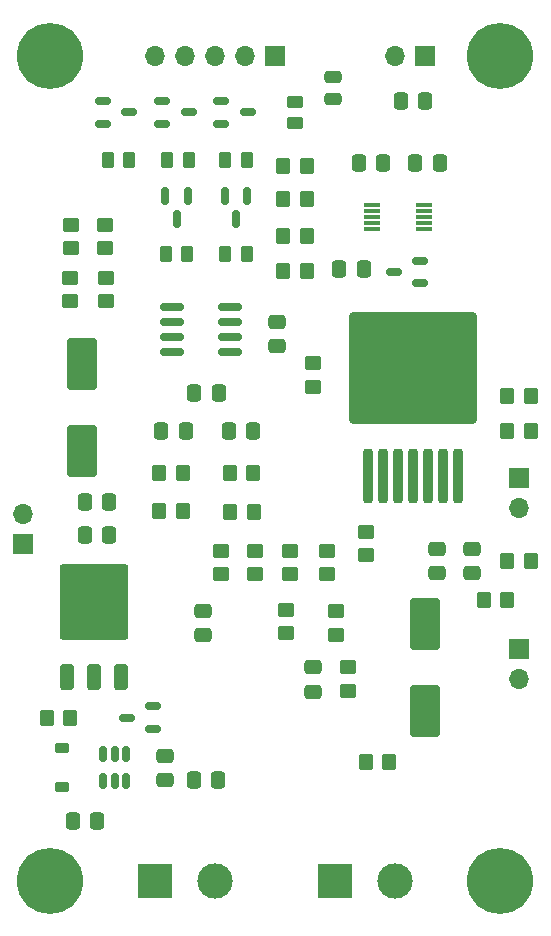
<source format=gbr>
%TF.GenerationSoftware,KiCad,Pcbnew,7.0.5*%
%TF.CreationDate,2023-09-20T10:38:49-07:00*%
%TF.ProjectId,LT3081LEDDriver,4c543330-3831-44c4-9544-447269766572,rev?*%
%TF.SameCoordinates,Original*%
%TF.FileFunction,Soldermask,Top*%
%TF.FilePolarity,Negative*%
%FSLAX46Y46*%
G04 Gerber Fmt 4.6, Leading zero omitted, Abs format (unit mm)*
G04 Created by KiCad (PCBNEW 7.0.5) date 2023-09-20 10:38:49*
%MOMM*%
%LPD*%
G01*
G04 APERTURE LIST*
G04 Aperture macros list*
%AMRoundRect*
0 Rectangle with rounded corners*
0 $1 Rounding radius*
0 $2 $3 $4 $5 $6 $7 $8 $9 X,Y pos of 4 corners*
0 Add a 4 corners polygon primitive as box body*
4,1,4,$2,$3,$4,$5,$6,$7,$8,$9,$2,$3,0*
0 Add four circle primitives for the rounded corners*
1,1,$1+$1,$2,$3*
1,1,$1+$1,$4,$5*
1,1,$1+$1,$6,$7*
1,1,$1+$1,$8,$9*
0 Add four rect primitives between the rounded corners*
20,1,$1+$1,$2,$3,$4,$5,0*
20,1,$1+$1,$4,$5,$6,$7,0*
20,1,$1+$1,$6,$7,$8,$9,0*
20,1,$1+$1,$8,$9,$2,$3,0*%
G04 Aperture macros list end*
%ADD10RoundRect,0.250000X-0.350000X-0.450000X0.350000X-0.450000X0.350000X0.450000X-0.350000X0.450000X0*%
%ADD11R,1.700000X1.700000*%
%ADD12O,1.700000X1.700000*%
%ADD13RoundRect,0.150000X-0.512500X-0.150000X0.512500X-0.150000X0.512500X0.150000X-0.512500X0.150000X0*%
%ADD14RoundRect,0.250000X0.337500X0.475000X-0.337500X0.475000X-0.337500X-0.475000X0.337500X-0.475000X0*%
%ADD15RoundRect,0.250000X-0.450000X0.350000X-0.450000X-0.350000X0.450000X-0.350000X0.450000X0.350000X0*%
%ADD16RoundRect,0.150000X0.512500X0.150000X-0.512500X0.150000X-0.512500X-0.150000X0.512500X-0.150000X0*%
%ADD17R,3.000000X3.000000*%
%ADD18C,3.000000*%
%ADD19RoundRect,0.250000X-0.337500X-0.475000X0.337500X-0.475000X0.337500X0.475000X-0.337500X0.475000X0*%
%ADD20RoundRect,0.250000X0.350000X0.450000X-0.350000X0.450000X-0.350000X-0.450000X0.350000X-0.450000X0*%
%ADD21RoundRect,0.150000X0.150000X-0.512500X0.150000X0.512500X-0.150000X0.512500X-0.150000X-0.512500X0*%
%ADD22RoundRect,0.250000X0.262500X0.450000X-0.262500X0.450000X-0.262500X-0.450000X0.262500X-0.450000X0*%
%ADD23RoundRect,0.250000X0.475000X-0.337500X0.475000X0.337500X-0.475000X0.337500X-0.475000X-0.337500X0*%
%ADD24RoundRect,0.150000X-0.825000X-0.150000X0.825000X-0.150000X0.825000X0.150000X-0.825000X0.150000X0*%
%ADD25RoundRect,0.250000X-0.262500X-0.450000X0.262500X-0.450000X0.262500X0.450000X-0.262500X0.450000X0*%
%ADD26RoundRect,0.250000X-0.475000X0.337500X-0.475000X-0.337500X0.475000X-0.337500X0.475000X0.337500X0*%
%ADD27RoundRect,0.150000X-0.150000X0.587500X-0.150000X-0.587500X0.150000X-0.587500X0.150000X0.587500X0*%
%ADD28C,5.600000*%
%ADD29RoundRect,0.250000X0.350000X-0.850000X0.350000X0.850000X-0.350000X0.850000X-0.350000X-0.850000X0*%
%ADD30RoundRect,0.249997X2.650003X-2.950003X2.650003X2.950003X-2.650003X2.950003X-2.650003X-2.950003X0*%
%ADD31RoundRect,0.250000X-1.000000X1.950000X-1.000000X-1.950000X1.000000X-1.950000X1.000000X1.950000X0*%
%ADD32RoundRect,0.250000X0.450000X-0.350000X0.450000X0.350000X-0.450000X0.350000X-0.450000X-0.350000X0*%
%ADD33RoundRect,0.225000X-0.375000X0.225000X-0.375000X-0.225000X0.375000X-0.225000X0.375000X0.225000X0*%
%ADD34RoundRect,0.250000X-0.450000X0.262500X-0.450000X-0.262500X0.450000X-0.262500X0.450000X0.262500X0*%
%ADD35RoundRect,0.250000X1.000000X-1.950000X1.000000X1.950000X-1.000000X1.950000X-1.000000X-1.950000X0*%
%ADD36RoundRect,0.200000X0.200000X-2.100000X0.200000X2.100000X-0.200000X2.100000X-0.200000X-2.100000X0*%
%ADD37RoundRect,0.250002X5.149998X-4.449998X5.149998X4.449998X-5.149998X4.449998X-5.149998X-4.449998X0*%
%ADD38R,1.400000X0.300000*%
%ADD39RoundRect,0.250000X0.475000X-0.250000X0.475000X0.250000X-0.475000X0.250000X-0.475000X-0.250000X0*%
G04 APERTURE END LIST*
D10*
%TO.C,R6*%
X153000000Y-105000000D03*
X155000000Y-105000000D03*
%TD*%
D11*
%TO.C,J5*%
X133350000Y-76200000D03*
D12*
X130810000Y-76200000D03*
X128270000Y-76200000D03*
X125730000Y-76200000D03*
X123190000Y-76200000D03*
%TD*%
D13*
%TO.C,D2*%
X128725000Y-80050000D03*
X128725000Y-81950000D03*
X131000000Y-81000000D03*
%TD*%
D14*
%TO.C,C18*%
X146037500Y-80000000D03*
X143962500Y-80000000D03*
%TD*%
D15*
%TO.C,R3*%
X139500000Y-128000000D03*
X139500000Y-130000000D03*
%TD*%
D16*
%TO.C,D5*%
X145637500Y-95450000D03*
X145637500Y-93550000D03*
X143362500Y-94500000D03*
%TD*%
D15*
%TO.C,R24*%
X116000000Y-95000000D03*
X116000000Y-97000000D03*
%TD*%
D17*
%TO.C,J11*%
X123190000Y-146050000D03*
D18*
X128270000Y-146050000D03*
%TD*%
D17*
%TO.C,J1*%
X138430000Y-146050000D03*
D18*
X143510000Y-146050000D03*
%TD*%
D19*
%TO.C,C9*%
X129425000Y-108000000D03*
X131500000Y-108000000D03*
%TD*%
D10*
%TO.C,R19*%
X134040000Y-91457500D03*
X136040000Y-91457500D03*
%TD*%
%TO.C,R20*%
X134040000Y-94407500D03*
X136040000Y-94407500D03*
%TD*%
D13*
%TO.C,D1*%
X123725000Y-80050000D03*
X123725000Y-81950000D03*
X126000000Y-81000000D03*
%TD*%
D20*
%TO.C,R18*%
X136040000Y-88337500D03*
X134040000Y-88337500D03*
%TD*%
D21*
%TO.C,U4*%
X118800000Y-137637500D03*
X119750000Y-137637500D03*
X120700000Y-137637500D03*
X120700000Y-135362500D03*
X119750000Y-135362500D03*
X118800000Y-135362500D03*
%TD*%
D22*
%TO.C,R27*%
X130912500Y-93000000D03*
X129087500Y-93000000D03*
%TD*%
D23*
%TO.C,C3*%
X150000000Y-120037500D03*
X150000000Y-117962500D03*
%TD*%
D24*
%TO.C,U2*%
X124590000Y-97500000D03*
X124590000Y-98770000D03*
X124590000Y-100040000D03*
X124590000Y-101310000D03*
X129540000Y-101310000D03*
X129540000Y-100040000D03*
X129540000Y-98770000D03*
X129540000Y-97500000D03*
%TD*%
D10*
%TO.C,R12*%
X129520000Y-114860000D03*
X131520000Y-114860000D03*
%TD*%
%TO.C,R4*%
X153000000Y-108000000D03*
X155000000Y-108000000D03*
%TD*%
D19*
%TO.C,C13*%
X117212500Y-114000000D03*
X119287500Y-114000000D03*
%TD*%
D25*
%TO.C,R26*%
X124087500Y-93000000D03*
X125912500Y-93000000D03*
%TD*%
D10*
%TO.C,R17*%
X134040000Y-85557500D03*
X136040000Y-85557500D03*
%TD*%
D19*
%TO.C,C10*%
X117212500Y-116750000D03*
X119287500Y-116750000D03*
%TD*%
D15*
%TO.C,R34*%
X128720000Y-118110000D03*
X128720000Y-120110000D03*
%TD*%
%TO.C,R32*%
X134620000Y-118110000D03*
X134620000Y-120110000D03*
%TD*%
D26*
%TO.C,C5*%
X136500000Y-127962500D03*
X136500000Y-130037500D03*
%TD*%
D10*
%TO.C,R8*%
X153000000Y-119000000D03*
X155000000Y-119000000D03*
%TD*%
D15*
%TO.C,R22*%
X119000000Y-95000000D03*
X119000000Y-97000000D03*
%TD*%
D19*
%TO.C,C1*%
X138750000Y-94250000D03*
X140825000Y-94250000D03*
%TD*%
D10*
%TO.C,R14*%
X129500000Y-111500000D03*
X131500000Y-111500000D03*
%TD*%
%TO.C,R13*%
X123500000Y-114750000D03*
X125500000Y-114750000D03*
%TD*%
D27*
%TO.C,Q2*%
X130950000Y-88125000D03*
X129050000Y-88125000D03*
X130000000Y-90000000D03*
%TD*%
D28*
%TO.C,J6*%
X114300000Y-76200000D03*
%TD*%
D19*
%TO.C,C8*%
X140425000Y-85250000D03*
X142500000Y-85250000D03*
%TD*%
D29*
%TO.C,Q3*%
X115720000Y-128790000D03*
X118000000Y-128790000D03*
X120280000Y-128790000D03*
D30*
X118000000Y-122490000D03*
%TD*%
D10*
%TO.C,R15*%
X123500000Y-111500000D03*
X125500000Y-111500000D03*
%TD*%
D23*
%TO.C,C19*%
X124000000Y-137537500D03*
X124000000Y-135462500D03*
%TD*%
%TO.C,C14*%
X127210000Y-125267500D03*
X127210000Y-123192500D03*
%TD*%
D31*
%TO.C,C4*%
X146000000Y-124300000D03*
X146000000Y-131700000D03*
%TD*%
D19*
%TO.C,C6*%
X123675000Y-108000000D03*
X125750000Y-108000000D03*
%TD*%
D15*
%TO.C,R2*%
X136500000Y-102250000D03*
X136500000Y-104250000D03*
%TD*%
D32*
%TO.C,R5*%
X138500000Y-125250000D03*
X138500000Y-123250000D03*
%TD*%
D11*
%TO.C,J2*%
X154000000Y-112000000D03*
D12*
X154000000Y-114540000D03*
%TD*%
D15*
%TO.C,R23*%
X116050000Y-90500000D03*
X116050000Y-92500000D03*
%TD*%
D27*
%TO.C,Q1*%
X125950000Y-88125000D03*
X124050000Y-88125000D03*
X125000000Y-90000000D03*
%TD*%
D11*
%TO.C,J3*%
X154000000Y-126460000D03*
D12*
X154000000Y-129000000D03*
%TD*%
D19*
%TO.C,C16*%
X116212500Y-141000000D03*
X118287500Y-141000000D03*
%TD*%
D15*
%TO.C,R33*%
X131670000Y-118110000D03*
X131670000Y-120110000D03*
%TD*%
D11*
%TO.C,J4*%
X112000000Y-117540000D03*
D12*
X112000000Y-115000000D03*
%TD*%
D25*
%TO.C,R28*%
X124175000Y-85000000D03*
X126000000Y-85000000D03*
%TD*%
D28*
%TO.C,J9*%
X114300000Y-146050000D03*
%TD*%
D13*
%TO.C,D3*%
X118725000Y-80050000D03*
X118725000Y-81950000D03*
X121000000Y-81000000D03*
%TD*%
D11*
%TO.C,J10*%
X146050000Y-76200000D03*
D12*
X143510000Y-76200000D03*
%TD*%
D15*
%TO.C,R7*%
X141000000Y-116500000D03*
X141000000Y-118500000D03*
%TD*%
D14*
%TO.C,C7*%
X147287500Y-85250000D03*
X145212500Y-85250000D03*
%TD*%
D33*
%TO.C,D4*%
X115250000Y-134850000D03*
X115250000Y-138150000D03*
%TD*%
D34*
%TO.C,R31*%
X135000000Y-80087500D03*
X135000000Y-81912500D03*
%TD*%
D25*
%TO.C,R30*%
X119175000Y-85000000D03*
X121000000Y-85000000D03*
%TD*%
D16*
%TO.C,D6*%
X123025000Y-133200000D03*
X123025000Y-131300000D03*
X120750000Y-132250000D03*
%TD*%
D28*
%TO.C,J8*%
X152400000Y-146050000D03*
%TD*%
D19*
%TO.C,C20*%
X126462500Y-137500000D03*
X128537500Y-137500000D03*
%TD*%
D35*
%TO.C,C15*%
X117000000Y-109700000D03*
X117000000Y-102300000D03*
%TD*%
D36*
%TO.C,U1*%
X141190000Y-111775000D03*
X142460000Y-111775000D03*
X143730000Y-111775000D03*
X145000000Y-111775000D03*
X146270000Y-111775000D03*
X147540000Y-111775000D03*
X148810000Y-111775000D03*
D37*
X145000000Y-102625000D03*
%TD*%
D20*
%TO.C,R25*%
X116000000Y-132250000D03*
X114000000Y-132250000D03*
%TD*%
D10*
%TO.C,R1*%
X141000000Y-136000000D03*
X143000000Y-136000000D03*
%TD*%
D38*
%TO.C,U3*%
X141540000Y-88837500D03*
X141540000Y-89337500D03*
X141540000Y-89837500D03*
X141540000Y-90337500D03*
X141540000Y-90837500D03*
X145940000Y-90837500D03*
X145940000Y-90337500D03*
X145940000Y-89837500D03*
X145940000Y-89337500D03*
X145940000Y-88837500D03*
%TD*%
D15*
%TO.C,R21*%
X118950000Y-90500000D03*
X118950000Y-92500000D03*
%TD*%
D39*
%TO.C,C17*%
X138250000Y-79900000D03*
X138250000Y-78000000D03*
%TD*%
D14*
%TO.C,C11*%
X128575000Y-104750000D03*
X126500000Y-104750000D03*
%TD*%
D28*
%TO.C,J7*%
X152400000Y-76200000D03*
%TD*%
D15*
%TO.C,R10*%
X137720000Y-118110000D03*
X137720000Y-120110000D03*
%TD*%
D25*
%TO.C,R29*%
X129087500Y-85000000D03*
X130912500Y-85000000D03*
%TD*%
D15*
%TO.C,R11*%
X134220000Y-123110000D03*
X134220000Y-125110000D03*
%TD*%
D23*
%TO.C,C2*%
X147000000Y-120037500D03*
X147000000Y-117962500D03*
%TD*%
D20*
%TO.C,R9*%
X153000000Y-122250000D03*
X151000000Y-122250000D03*
%TD*%
D23*
%TO.C,C12*%
X133500000Y-100825000D03*
X133500000Y-98750000D03*
%TD*%
M02*

</source>
